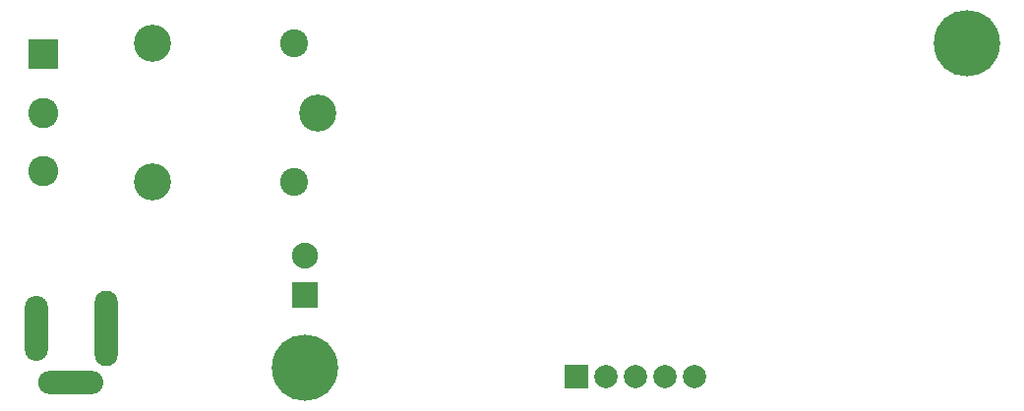
<source format=gbs>
G04*
G04 #@! TF.GenerationSoftware,Altium Limited,Altium Designer,22.8.2 (66)*
G04*
G04 Layer_Color=16711935*
%FSLAX25Y25*%
%MOIN*%
G70*
G04*
G04 #@! TF.SameCoordinates,13EA9874-455B-4FA2-A727-6D6EF1C97DE0*
G04*
G04*
G04 #@! TF.FilePolarity,Negative*
G04*
G01*
G75*
%ADD50C,0.10249*%
%ADD51R,0.10249X0.10249*%
%ADD52C,0.12611*%
%ADD53C,0.09461*%
%ADD54C,0.09461*%
%ADD55R,0.08800X0.08800*%
%ADD56C,0.08800*%
%ADD57O,0.07887X0.25603*%
%ADD58O,0.07887X0.22060*%
%ADD59O,0.22060X0.07887*%
%ADD60C,0.07887*%
%ADD61R,0.07887X0.07887*%
%ADD62C,0.22453*%
G54D50*
X9843Y78740D02*
D03*
Y98425D02*
D03*
G54D51*
Y118110D02*
D03*
G54D52*
X102756Y98425D02*
D03*
X46850Y122047D02*
D03*
Y74803D02*
D03*
G54D53*
X94882Y122047D02*
D03*
G54D54*
Y74803D02*
D03*
G54D55*
X98425Y36557D02*
D03*
G54D56*
Y50057D02*
D03*
G54D57*
X31004Y25394D02*
D03*
G54D58*
X7382D02*
D03*
G54D59*
X19193Y6890D02*
D03*
G54D60*
X200630Y8858D02*
D03*
X210630D02*
D03*
X220630D02*
D03*
X230630D02*
D03*
G54D61*
X190630D02*
D03*
G54D62*
X322835Y122047D02*
D03*
X98425Y11811D02*
D03*
M02*

</source>
